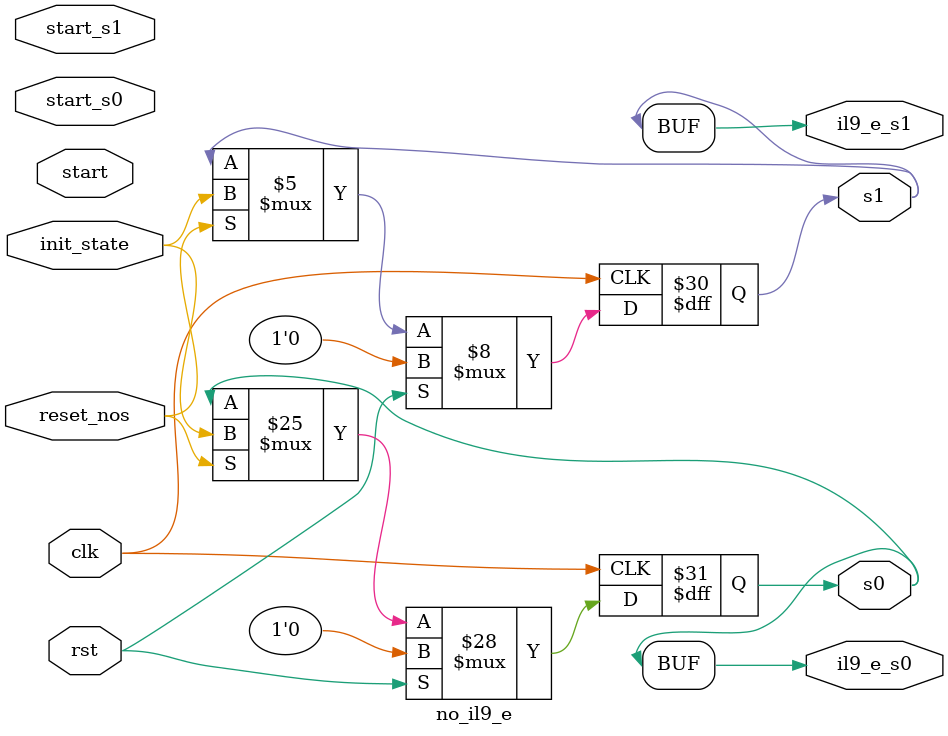
<source format=v>

module no_il9_e
(
  input clk,
  input start,
  input rst,
  input reset_nos,
  input start_s0,
  input start_s1,
  input init_state,
  output reg [1-1:0] s0,
  output reg [1-1:0] s1,
  output [1-1:0] il9_e_s0,
  output [1-1:0] il9_e_s1
);

  reg pass;

  always @(posedge clk) begin
    if(rst) begin
      s0 <= 1'd0;
      pass <= 1'b0;
    end else begin
      if(reset_nos) begin
        s0 <= init_state;
        pass <= 1;
      end else begin
        if(start_s0) begin
          if(pass) begin
            s0 <=  s0 ;
            pass <= 0;
          end else begin
            pass <= 1;
          end
        end 
      end
    end
  end


  always @(posedge clk) begin
    if(rst) begin
      s1 <= 1'd0;
    end else begin
      if(reset_nos) begin
        s1 <= init_state;
      end else begin
        if(start_s1) begin
          s1 <=  s1 ;
        end 
      end
    end
  end

  assign il9_e_s0 = s0;
  assign il9_e_s1 = s1;

endmodule

</source>
